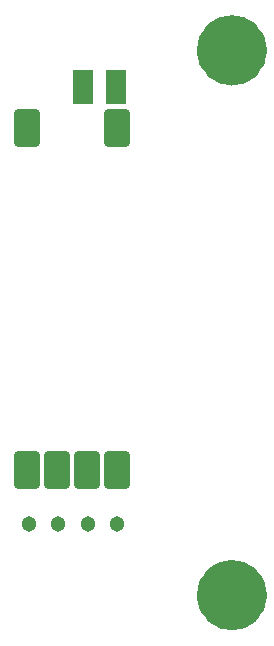
<source format=gbs>
G04 Layer_Color=16711935*
%FSLAX25Y25*%
%MOIN*%
G70*
G01*
G75*
%ADD26C,0.11811*%
%ADD30R,0.07099X0.11430*%
%ADD35C,0.05131*%
%ADD36C,0.02769*%
G04:AMPARAMS|DCode=37|XSize=126.11mil|YSize=86.74mil|CornerRadius=13.84mil|HoleSize=0mil|Usage=FLASHONLY|Rotation=90.000|XOffset=0mil|YOffset=0mil|HoleType=Round|Shape=RoundedRectangle|*
%AMROUNDEDRECTD37*
21,1,0.12611,0.05906,0,0,90.0*
21,1,0.09843,0.08674,0,0,90.0*
1,1,0.02769,0.02953,0.04921*
1,1,0.02769,0.02953,-0.04921*
1,1,0.02769,-0.02953,-0.04921*
1,1,0.02769,-0.02953,0.04921*
%
%ADD37ROUNDEDRECTD37*%
D26*
X82535Y189299D02*
G03*
X82535Y189299I-5906J0D01*
G01*
Y7693D02*
G03*
X82535Y7693I-5906J0D01*
G01*
D30*
X37992Y177165D02*
D03*
X26969D02*
D03*
D35*
X8858Y31496D02*
D03*
X18701D02*
D03*
X28543D02*
D03*
X38386D02*
D03*
D36*
Y46260D02*
D03*
X8858D02*
D03*
D37*
X38480Y49411D02*
D03*
X28480D02*
D03*
X18480D02*
D03*
X8480D02*
D03*
Y163348D02*
D03*
X38480D02*
D03*
M02*

</source>
